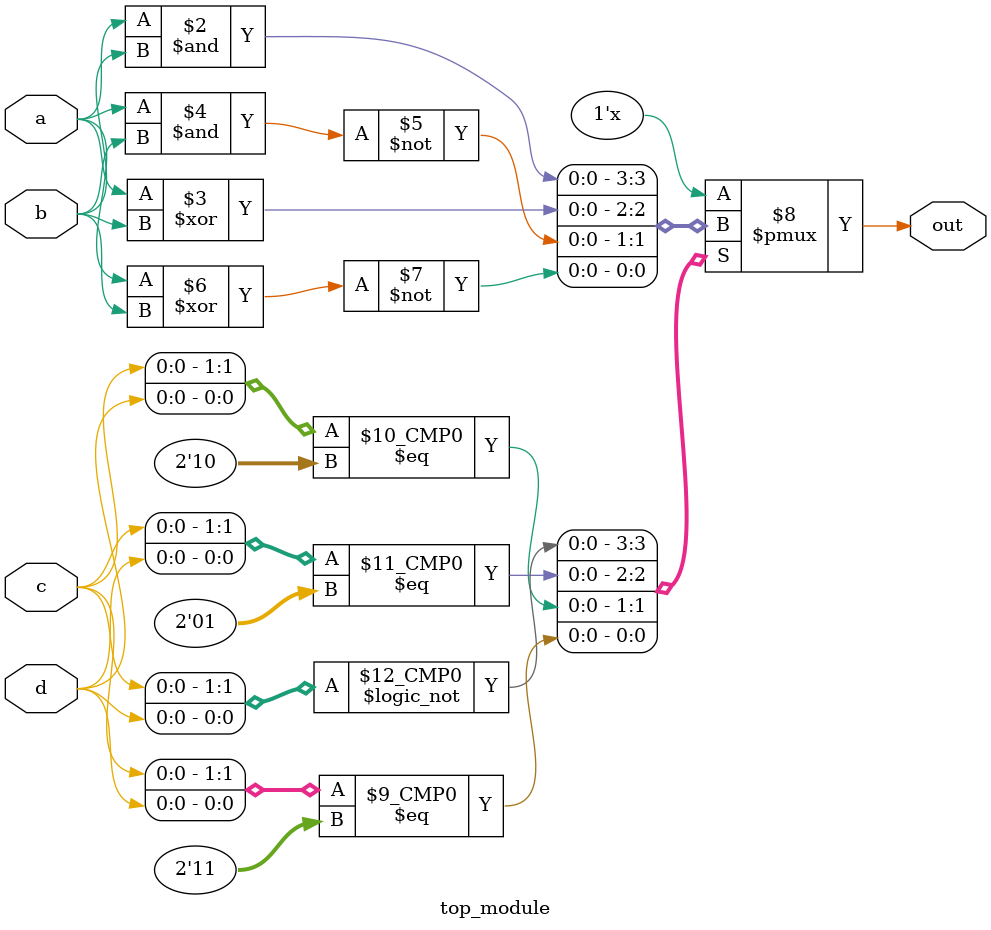
<source format=sv>
module top_module (
	input a, 
	input b,
	input c,
	input d,
	output reg out
);

always @ (a or b or c or d)
begin
	// Implement the Karnaugh map
	case ({c, d})
		2'b00: out = a & b;
		2'b01: out = a ^ b;
		2'b10: out = ~(a & b);
		2'b11: out = ~(a ^ b);
	endcase
end

endmodule

</source>
